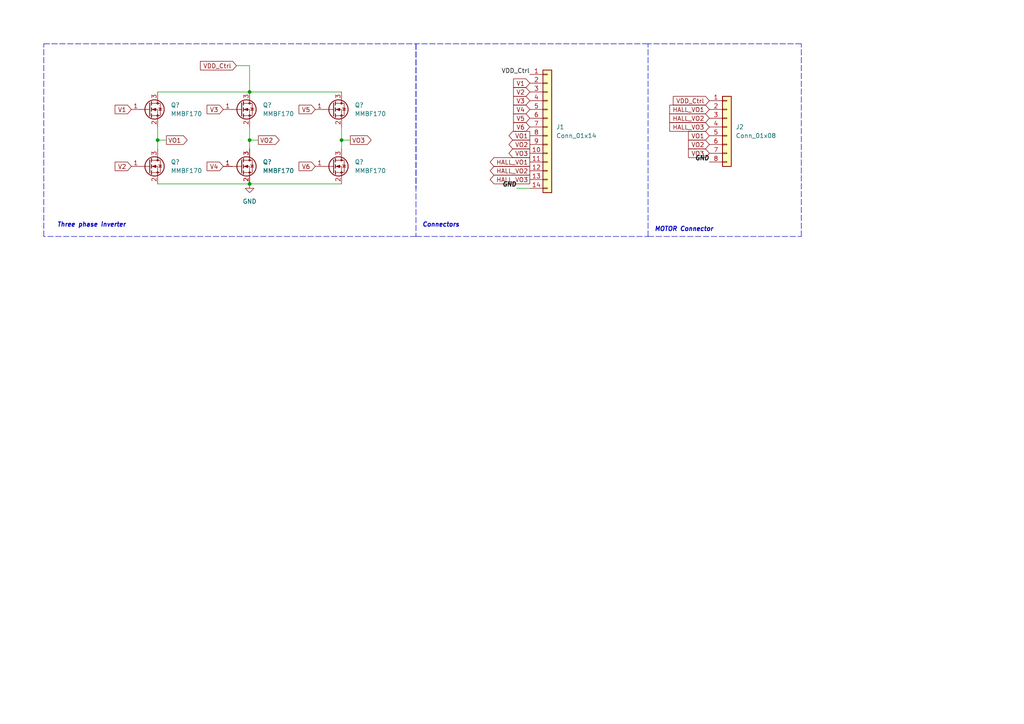
<source format=kicad_sch>
(kicad_sch (version 20211123) (generator eeschema)
  (paper "A4")
  (lib_symbols
    (symbol "Connector_Generic:Conn_01x08" (pin_names (offset 1.016) hide)
      (property "Reference" "J" (at 0 10.16 0))
      (property "Value" "Conn_01x08" (at 0 -12.7 0))
      (symbol "Conn_01x08_1_1"
        (rectangle (start -1.27 -10.033) (end 0 -10.287) (stroke (width 0.1524)))
        (rectangle (start -1.27 -7.493) (end 0 -7.747) (stroke (width 0.1524)))
        (rectangle (start -1.27 -4.953) (end 0 -5.207) (stroke (width 0.1524)))
        (rectangle (start -1.27 -2.413) (end 0 -2.667) (stroke (width 0.1524)))
        (rectangle (start -1.27 0.127) (end 0 -0.127) (stroke (width 0.1524)))
        (rectangle (start -1.27 2.667) (end 0 2.413) (stroke (width 0.1524)))
        (rectangle (start -1.27 5.207) (end 0 4.953) (stroke (width 0.1524)))
        (rectangle (start -1.27 7.747) (end 0 7.493) (stroke (width 0.1524)))
        (rectangle (start -1.27 8.89) (end 1.27 -11.43) (stroke (width 0.254)) (fill (type background)))
        (pin passive line (at -5.08 7.62 0) (length 3.81) (name "Pin_1") (number "1"))
        (pin passive line (at -5.08 5.08 0) (length 3.81) (name "Pin_2") (number "2"))
        (pin passive line (at -5.08 2.54 0) (length 3.81) (name "Pin_3") (number "3"))
        (pin passive line (at -5.08 0 0) (length 3.81) (name "Pin_4") (number "4"))
        (pin passive line (at -5.08 -2.54 0) (length 3.81) (name "Pin_5") (number "5"))
        (pin passive line (at -5.08 -5.08 0) (length 3.81) (name "Pin_6") (number "6"))
        (pin passive line (at -5.08 -7.62 0) (length 3.81) (name "Pin_7") (number "7"))
        (pin passive line (at -5.08 -10.16 0) (length 3.81) (name "Pin_8") (number "8"))
      )
    )
    (symbol "Connector_Generic:Conn_01x14" (pin_names (offset 1.016) hide)
      (property "Reference" "J" (at 0 17.78 0))
      (property "Value" "Conn_01x14" (at 0 -20.32 0))
      (symbol "Conn_01x14_1_1"
        (rectangle (start -1.27 -17.653) (end 0 -17.907) (stroke (width 0.1524)))
        (rectangle (start -1.27 -15.113) (end 0 -15.367) (stroke (width 0.1524)))
        (rectangle (start -1.27 -12.573) (end 0 -12.827) (stroke (width 0.1524)))
        (rectangle (start -1.27 -10.033) (end 0 -10.287) (stroke (width 0.1524)))
        (rectangle (start -1.27 -7.493) (end 0 -7.747) (stroke (width 0.1524)))
        (rectangle (start -1.27 -4.953) (end 0 -5.207) (stroke (width 0.1524)))
        (rectangle (start -1.27 -2.413) (end 0 -2.667) (stroke (width 0.1524)))
        (rectangle (start -1.27 0.127) (end 0 -0.127) (stroke (width 0.1524)))
        (rectangle (start -1.27 2.667) (end 0 2.413) (stroke (width 0.1524)))
        (rectangle (start -1.27 5.207) (end 0 4.953) (stroke (width 0.1524)))
        (rectangle (start -1.27 7.747) (end 0 7.493) (stroke (width 0.1524)))
        (rectangle (start -1.27 10.287) (end 0 10.033) (stroke (width 0.1524)))
        (rectangle (start -1.27 12.827) (end 0 12.573) (stroke (width 0.1524)))
        (rectangle (start -1.27 15.367) (end 0 15.113) (stroke (width 0.1524)))
        (rectangle (start -1.27 16.51) (end 1.27 -19.05) (stroke (width 0.254)) (fill (type background)))
        (pin passive line (at -5.08 15.24 0) (length 3.81) (name "Pin_1") (number "1"))
        (pin passive line (at -5.08 -7.62 0) (length 3.81) (name "Pin_10") (number "10"))
        (pin passive line (at -5.08 -10.16 0) (length 3.81) (name "Pin_11") (number "11"))
        (pin passive line (at -5.08 -12.7 0) (length 3.81) (name "Pin_12") (number "12"))
        (pin passive line (at -5.08 -15.24 0) (length 3.81) (name "Pin_13") (number "13"))
        (pin passive line (at -5.08 -17.78 0) (length 3.81) (name "Pin_14") (number "14"))
        (pin passive line (at -5.08 12.7 0) (length 3.81) (name "Pin_2") (number "2"))
        (pin passive line (at -5.08 10.16 0) (length 3.81) (name "Pin_3") (number "3"))
        (pin passive line (at -5.08 7.62 0) (length 3.81) (name "Pin_4") (number "4"))
        (pin passive line (at -5.08 5.08 0) (length 3.81) (name "Pin_5") (number "5"))
        (pin passive line (at -5.08 2.54 0) (length 3.81) (name "Pin_6") (number "6"))
        (pin passive line (at -5.08 0 0) (length 3.81) (name "Pin_7") (number "7"))
        (pin passive line (at -5.08 -2.54 0) (length 3.81) (name "Pin_8") (number "8"))
        (pin passive line (at -5.08 -5.08 0) (length 3.81) (name "Pin_9") (number "9"))
      )
    )
    (symbol "Transistor_FET:MMBF170" (pin_names hide)
      (property "Reference" "Q" (at 5.08 1.905 0))
      (property "Value" "MMBF170" (at 5.08 0 0))
      (symbol "MMBF170_0_1"
        (polyline (pts (xy 0.254 0) (xy -2.54 0)))
        (polyline (pts (xy 0.254 1.905) (xy 0.254 -1.905)) (stroke (width 0.254)))
        (polyline (pts (xy 0.762 -1.27) (xy 0.762 -2.286)) (stroke (width 0.254)))
        (polyline (pts (xy 0.762 0.508) (xy 0.762 -0.508)) (stroke (width 0.254)))
        (polyline (pts (xy 0.762 2.286) (xy 0.762 1.27)) (stroke (width 0.254)))
        (polyline (pts (xy 2.54 2.54) (xy 2.54 1.778)))
        (polyline (pts (xy 2.54 -2.54) (xy 2.54 0) (xy 0.762 0)))
        (polyline (pts (xy 0.762 -1.778) (xy 3.302 -1.778) (xy 3.302 1.778) (xy 0.762 1.778)))
        (polyline (pts (xy 1.016 0) (xy 2.032 0.381) (xy 2.032 -0.381) (xy 1.016 0)) (fill (type outline)))
        (polyline (pts (xy 2.794 0.508) (xy 2.921 0.381) (xy 3.683 0.381) (xy 3.81 0.254)))
        (polyline (pts (xy 3.302 0.381) (xy 2.921 -0.254) (xy 3.683 -0.254) (xy 3.302 0.381)))
        (circle (center 1.651 0) (radius 2.794) (stroke (width 0.254)))
        (circle (center 2.54 -1.778) (radius 0.254) (fill (type outline)))
        (circle (center 2.54 1.778) (radius 0.254) (fill (type outline)))
      )
      (symbol "MMBF170_1_1"
        (pin input line (at -5.08 0 0) (length 2.54) (name "G") (number "1"))
        (pin passive line (at 2.54 -5.08 90) (length 2.54) (name "S") (number "2"))
        (pin passive line (at 2.54 5.08 270) (length 2.54) (name "D") (number "3"))
      )
    )
    (symbol "power:GND" (power) (pin_names (offset 0))
      (property "Value" "GND" (at 0 -3.81 0))
      (symbol "GND_0_1"
        (polyline (pts (xy 0 0) (xy 0 -1.27) (xy 1.27 -1.27) (xy 0 -2.54) (xy -1.27 -1.27) (xy 0 -1.27)))
      )
      (symbol "GND_1_1"
        (pin power_in line (at 0 0 270) (length 0) hide (name "GND") (number "1"))
      )
    )
  )
  (junction (at 72.39 26.67))
  (junction (at 72.39 40.64))
  (junction (at 45.72 40.64))
  (junction (at 72.39 53.34))
  (junction (at 99.06 40.64))
  (polyline (pts (xy 232.41 12.7) (xy 187.96 12.7)))
  (polyline (pts (xy 12.7 68.58) (xy 12.7 12.7)))
  (polyline (pts (xy 120.65 12.7) (xy 120.65 68.58)))
  (polyline (pts (xy 120.65 68.58) (xy 187.96 68.58)))
  (wire (pts (xy 99.06 40.64) (xy 99.06 43.18)))
  (polyline (pts (xy 187.96 68.58) (xy 187.96 12.7)))
  (wire (pts (xy 72.39 40.64) (xy 72.39 43.18)))
  (wire (pts (xy 72.39 26.67) (xy 99.06 26.67)))
  (wire (pts (xy 149.86 54.61) (xy 153.67 54.61)))
  (wire (pts (xy 45.72 53.34) (xy 72.39 53.34)))
  (wire (pts (xy 45.72 40.64) (xy 45.72 43.18)))
  (wire (pts (xy 72.39 36.83) (xy 72.39 40.64)))
  (wire (pts (xy 45.72 36.83) (xy 45.72 40.64)))
  (polyline (pts (xy 120.65 12.7) (xy 120.65 54.61)))
  (polyline (pts (xy 232.41 68.58) (xy 232.41 12.7)))
  (polyline (pts (xy 12.7 12.7) (xy 120.65 12.7)))
  (wire (pts (xy 68.58 19.05) (xy 72.39 19.05)))
  (wire (pts (xy 72.39 53.34) (xy 99.06 53.34)))
  (polyline (pts (xy 187.96 12.7) (xy 120.65 12.7)))
  (wire (pts (xy 72.39 40.64) (xy 74.93 40.64)))
  (wire (pts (xy 45.72 40.64) (xy 48.26 40.64)))
  (wire (pts (xy 99.06 36.83) (xy 99.06 40.64)))
  (polyline (pts (xy 187.96 68.58) (xy 232.41 68.58)))
  (wire (pts (xy 99.06 40.64) (xy 101.6 40.64)))
  (wire (pts (xy 45.72 26.67) (xy 72.39 26.67)))
  (wire (pts (xy 72.39 19.05) (xy 72.39 26.67)))
  (polyline (pts (xy 120.65 68.58) (xy 12.7 68.58)))
  (text "Three phase inverter" (at 16.51 66.04 0) (effects (font (size 1.27 1.27) (thickness 0.254) bold italic) (justify left bottom)))
  (text "MOTOR Connector\n" (at 207.01 67.31 180) (effects (font (size 1.27 1.27) bold italic) (justify right bottom)))
  (text "Connectors" (at 133.35 66.04 180) (effects (font (size 1.27 1.27) (thickness 0.254) bold italic) (justify right bottom)))
  (label "VDD_Ctrl" (at 153.67 21.59 180))
  (label "GND" (at 205.74 46.99 180) (effects (font bold italic)))
  (label "GND" (at 149.86 54.61 180) (effects (font bold italic)))
  (global_label "V4" (shape input) (at 64.77 48.26 180) (property "Intersheet References" "${INTERSHEET_REFS}" (effects hide)))
  (global_label "HALL_VO1" (shape output) (at 153.67 46.99 180) (property "Intersheet References" "${INTERSHEET_REFS}" (effects hide)))
  (global_label "VO2" (shape input) (at 205.74 41.91 180) (property "Intersheet References" "${INTERSHEET_REFS}" (effects hide)))
  (global_label "V5" (shape input) (at 91.44 31.75 180) (property "Intersheet References" "${INTERSHEET_REFS}" (effects hide)))
  (global_label "HALL_VO1" (shape input) (at 205.74 31.75 180) (property "Intersheet References" "${INTERSHEET_REFS}" (effects hide)))
  (global_label "HALL_VO2" (shape output) (at 153.67 49.53 180) (property "Intersheet References" "${INTERSHEET_REFS}" (effects hide)))
  (global_label "V2" (shape input) (at 38.1 48.26 180) (property "Intersheet References" "${INTERSHEET_REFS}" (effects hide)))
  (global_label "VO1" (shape input) (at 205.74 39.37 180) (property "Intersheet References" "${INTERSHEET_REFS}" (effects hide)))
  (global_label "V2" (shape input) (at 153.67 26.67 180) (property "Intersheet References" "${INTERSHEET_REFS}" (effects hide)))
  (global_label "VDD_Ctrl" (shape input) (at 205.74 29.21 180) (property "Intersheet References" "${INTERSHEET_REFS}" (effects hide)))
  (global_label "VDD_Ctrl" (shape input) (at 68.58 19.05 180) (property "Intersheet References" "${INTERSHEET_REFS}" (effects hide)))
  (global_label "V6" (shape input) (at 153.67 36.83 180) (property "Intersheet References" "${INTERSHEET_REFS}" (effects hide)))
  (global_label "VO3" (shape output) (at 101.6 40.64 0) (property "Intersheet References" "${INTERSHEET_REFS}" (effects hide)))
  (global_label "V6" (shape input) (at 91.44 48.26 180) (property "Intersheet References" "${INTERSHEET_REFS}" (effects hide)))
  (global_label "VO1" (shape output) (at 48.26 40.64 0) (property "Intersheet References" "${INTERSHEET_REFS}" (effects hide)))
  (global_label "VO3" (shape input) (at 205.74 44.45 180) (property "Intersheet References" "${INTERSHEET_REFS}" (effects hide)))
  (global_label "VO2" (shape output) (at 153.67 41.91 180) (property "Intersheet References" "${INTERSHEET_REFS}" (effects hide)))
  (global_label "V1" (shape input) (at 38.1 31.75 180) (property "Intersheet References" "${INTERSHEET_REFS}" (effects hide)))
  (global_label "V3" (shape input) (at 153.67 29.21 180) (property "Intersheet References" "${INTERSHEET_REFS}" (effects hide)))
  (global_label "HALL_VO2" (shape input) (at 205.74 34.29 180) (property "Intersheet References" "${INTERSHEET_REFS}" (effects hide)))
  (global_label "HALL_VO3" (shape input) (at 205.74 36.83 180) (property "Intersheet References" "${INTERSHEET_REFS}" (effects hide)))
  (global_label "VO3" (shape output) (at 153.67 44.45 180) (property "Intersheet References" "${INTERSHEET_REFS}" (effects hide)))
  (global_label "VO1" (shape output) (at 153.67 39.37 180) (property "Intersheet References" "${INTERSHEET_REFS}" (effects hide)))
  (global_label "V4" (shape input) (at 153.67 31.75 180) (property "Intersheet References" "${INTERSHEET_REFS}" (effects hide)))
  (global_label "V3" (shape input) (at 64.77 31.75 180) (property "Intersheet References" "${INTERSHEET_REFS}" (effects hide)))
  (global_label "HALL_VO3" (shape output) (at 153.67 52.07 180) (property "Intersheet References" "${INTERSHEET_REFS}" (effects hide)))
  (global_label "V5" (shape input) (at 153.67 34.29 180) (property "Intersheet References" "${INTERSHEET_REFS}" (effects hide)))
  (global_label "V1" (shape input) (at 153.67 24.13 180) (property "Intersheet References" "${INTERSHEET_REFS}" (effects hide)))
  (global_label "VO2" (shape output) (at 74.93 40.64 0) (property "Intersheet References" "${INTERSHEET_REFS}" (effects hide)))
  (symbol (lib_id "Transistor_FET:MMBF170") (at 43.18 48.26 0) (unit 1)
    (property "Reference" "Q?" (at 49.53 46.9899 0) (effects (justify left)))
    (property "Value" "MMBF170" (at 49.53 49.5299 0) (effects (justify left)))
    (property "Footprint" "Package_TO_SOT_SMD:SOT-23" (effects hide))
    (property "Datasheet" "https://www.diodes.com/assets/Datasheets/ds30104.pdf" (effects hide))
  )
  (symbol (lib_id "Transistor_FET:MMBF170") (at 69.85 48.26 0) (unit 1)
    (property "Reference" "Q?" (at 76.2 46.9899 0) (effects (justify left)))
    (property "Value" "MMBF170" (at 76.2 49.5299 0) (effects (justify left)))
    (property "Footprint" "Package_TO_SOT_SMD:SOT-23" (effects hide))
    (property "Datasheet" "https://www.diodes.com/assets/Datasheets/ds30104.pdf" (effects hide))
  )
  (symbol (lib_id "Connector_Generic:Conn_01x14") (at 158.75 36.83 0) (unit 1)
    (property "Reference" "J1" (at 161.29 36.8299 0) (effects (justify left)))
    (property "Value" "Conn_01x14" (at 161.29 39.3699 0) (effects (justify left)))
    (property "Footprint" "Connector_PinHeader_2.54mm:PinHeader_1x14_P2.54mm_Horizontal" (effects hide))
  )
  (symbol (lib_id "Transistor_FET:MMBF170") (at 96.52 48.26 0) (unit 1)
    (property "Reference" "Q?" (at 102.87 46.9899 0) (effects (justify left)))
    (property "Value" "MMBF170" (at 102.87 49.5299 0) (effects (justify left)))
    (property "Footprint" "Package_TO_SOT_SMD:SOT-23" (effects hide))
    (property "Datasheet" "https://www.diodes.com/assets/Datasheets/ds30104.pdf" (effects hide))
  )
  (symbol (lib_id "Connector_Generic:Conn_01x08") (at 210.82 36.83 0) (unit 1)
    (property "Reference" "J2" (at 213.36 36.8299 0) (effects (justify left)))
    (property "Value" "Conn_01x08" (at 213.36 39.3699 0) (effects (justify left)))
    (property "Footprint" "Connector_PinHeader_1.00mm:PinHeader_1x08_P1.00mm_Vertical" (effects hide))
  )
  (symbol (lib_id "Transistor_FET:MMBF170") (at 69.85 31.75 0) (unit 1)
    (property "Reference" "Q?" (at 76.2 30.4799 0) (effects (justify left)))
    (property "Value" "MMBF170" (at 76.2 33.0199 0) (effects (justify left)))
    (property "Footprint" "Package_TO_SOT_SMD:SOT-23" (effects hide))
    (property "Datasheet" "https://www.diodes.com/assets/Datasheets/ds30104.pdf" (effects hide))
  )
  (symbol (lib_id "power:GND") (at 72.39 53.34 0) (unit 1)
    (property "Reference" "#PWR0101" (effects hide))
    (property "Value" "GND" (at 72.39 58.42 0))
  )
  (symbol (lib_id "Transistor_FET:MMBF170") (at 96.52 31.75 0) (unit 1)
    (property "Reference" "Q?" (at 102.87 30.4799 0) (effects (justify left)))
    (property "Value" "MMBF170" (at 102.87 33.0199 0) (effects (justify left)))
    (property "Footprint" "Package_TO_SOT_SMD:SOT-23" (effects hide))
    (property "Datasheet" "https://www.diodes.com/assets/Datasheets/ds30104.pdf" (effects hide))
  )
  (symbol (lib_id "Transistor_FET:MMBF170") (at 43.18 31.75 0) (unit 1)
    (property "Reference" "Q?" (at 49.53 30.4799 0) (effects (justify left)))
    (property "Value" "MMBF170" (at 49.53 33.0199 0) (effects (justify left)))
    (property "Footprint" "Package_TO_SOT_SMD:SOT-23" (effects hide))
    (property "Datasheet" "https://www.diodes.com/assets/Datasheets/ds30104.pdf" (effects hide))
  )
)
</source>
